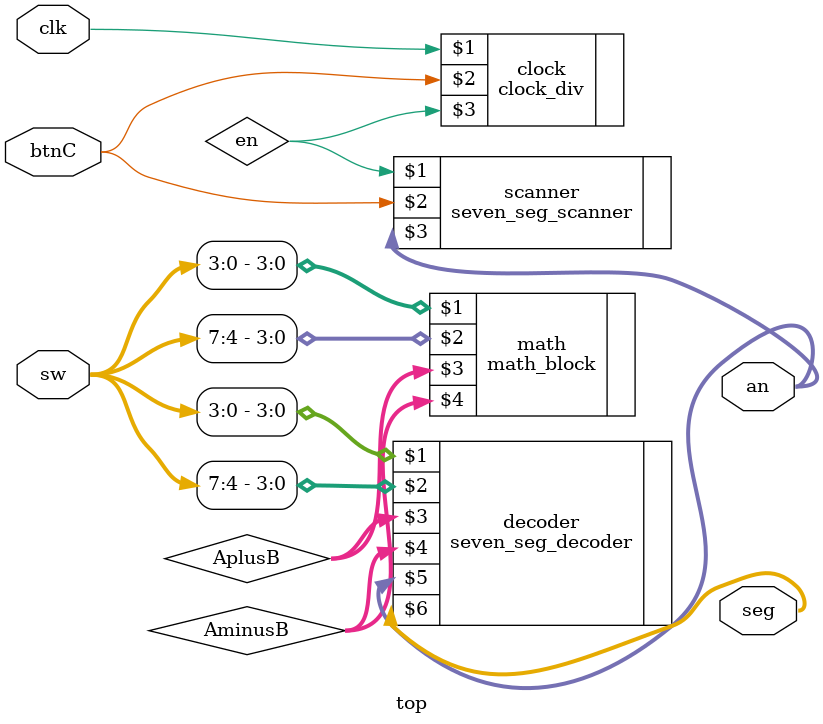
<source format=v>
module top
#(
    parameter DIVIDE_BY = 50000 // Use this when passing in to your clock div!
    // The test bench will set it appropriately for testing
    // DIVIDE_BY was originaly 17
)
(
    input [7:0] sw, // A and B
    input clk, // 100 MHz board clock
    input btnC, // Reset
    output [3:0] an, // 7seg anodes
    output [6:0] seg // 7seg segments
);

wire en;
wire [3:0] AplusB, AminusB;

clock_div clock(clk, btnC, en);

seven_seg_scanner scanner(en, btnC, an);

math_block math(sw[3:0], sw[7:4], AplusB, AminusB);

seven_seg_decoder decoder(sw[3:0], sw[7:4], AplusB, AminusB, an, seg);


    // Instantiate the clock divider...
    // ... wire it up to the scanner
    // ... wire the scanner to the decoder

    // Wire up the math block into the decoder

    // Do not forget to wire up resets!!

endmodule
</source>
